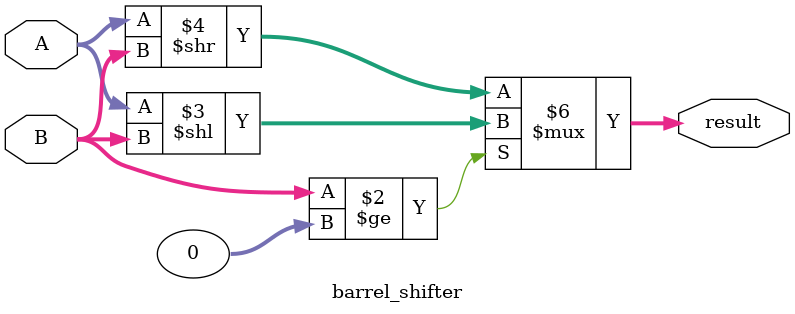
<source format=v>
module barrel_shifter (
    input [3:0] A,
    input [3:0] B,
    output reg [3:0] result
);

    always @(*) begin
        if (B >= 0) begin
            result = A << B;
        end else begin
            result = A >> $signed(B);
        end
    end

endmodule
</source>
